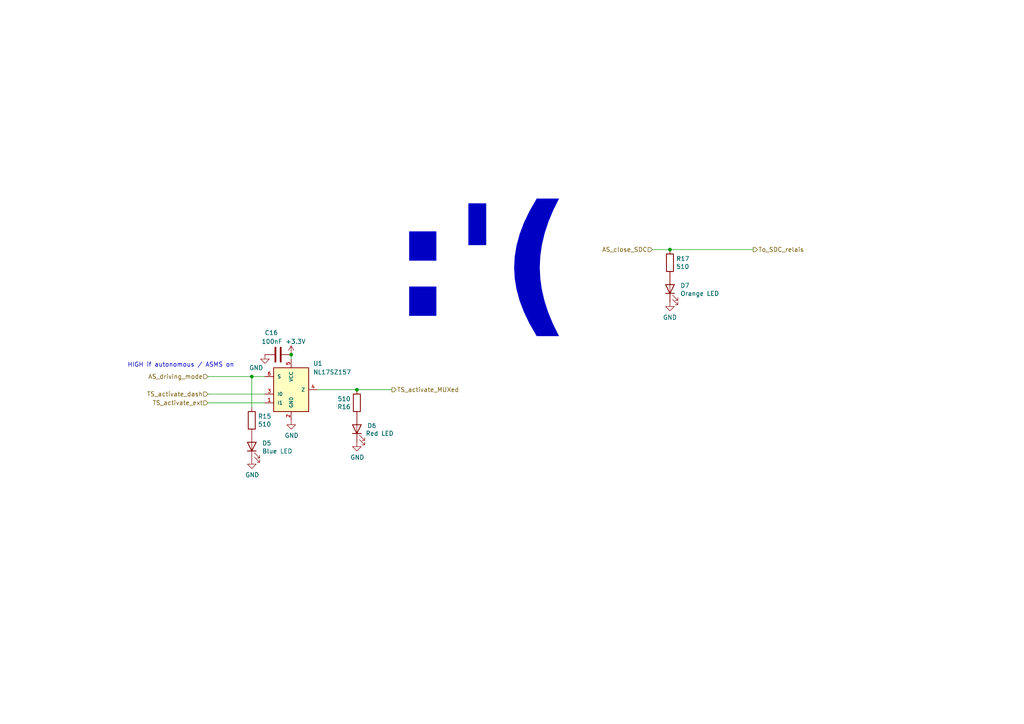
<source format=kicad_sch>
(kicad_sch (version 20230121) (generator eeschema)
  (paper "A4")
  (title_block (title "SDCL - Non-Programmable Logic") (date "2021-12-16") (rev "v1.0") (company "FaSTTUBe - Formula Student Team TU Berlin") (comment 1 "Car 113") (comment 2 "EBS Electronics") (comment 3 "Compliance for rule T 14.5.1 and T 14.5.2") (comment 4 "Hard-Wired logic for SDC relay latching and activation buttons"))
  (lib_symbols
    (symbol "Custom:NL17SZ157" (pin_names (offset 1.016))
      (property "Reference" "U" (at 0 15.24 0))
      (property "Value" "NL17SZ157" (at 0 12.7 0))
      (symbol "NL17SZ157_1_1"
        (rectangle (start -5.08 6.35) (end 5.08 -6.35) (stroke (width 0.254)) (fill (type background)))
        (pin input line (at -7.62 -3.81 0) (length 2.54) (name "I1") (number "1"))
        (pin power_in line (at 0 -8.89 90) (length 2.54) (name "GND") (number "2"))
        (pin input line (at -7.62 -1.27 0) (length 2.54) (name "I0") (number "3"))
        (pin output line (at 7.62 0 180) (length 2.54) (name "Z") (number "4"))
        (pin power_in line (at 0 8.89 270) (length 2.54) (name "VCC") (number "5"))
        (pin input line (at -7.62 3.81 0) (length 2.54) (name "S") (number "6"))
      )
    )
    (symbol "Device:C" (pin_numbers hide) (pin_names (offset 0.254))
      (property "Reference" "C" (at 0.635 2.54 0))
      (property "Value" "C" (at 0.635 -2.54 0))
      (symbol "C_0_1"
        (polyline (pts (xy -2.032 -0.762) (xy 2.032 -0.762)) (stroke (width 0.508)))
        (polyline (pts (xy -2.032 0.762) (xy 2.032 0.762)) (stroke (width 0.508)))
      )
      (symbol "C_1_1"
        (pin passive line (at 0 3.81 270) (length 2.794) (name "~") (number "1"))
        (pin passive line (at 0 -3.81 90) (length 2.794) (name "~") (number "2"))
      )
    )
    (symbol "Device:LED" (pin_numbers hide) (pin_names (offset 1.016) hide)
      (property "Reference" "D" (at 0 2.54 0))
      (property "Value" "LED" (at 0 -2.54 0))
      (symbol "LED_0_1"
        (polyline (pts (xy -1.27 -1.27) (xy -1.27 1.27)) (stroke (width 0.254)))
        (polyline (pts (xy -1.27 0) (xy 1.27 0)))
        (polyline (pts (xy 1.27 -1.27) (xy 1.27 1.27) (xy -1.27 0) (xy 1.27 -1.27)) (stroke (width 0.254)))
        (polyline (pts (xy -3.048 -0.762) (xy -4.572 -2.286) (xy -3.81 -2.286) (xy -4.572 -2.286) (xy -4.572 -1.524)))
        (polyline (pts (xy -1.778 -0.762) (xy -3.302 -2.286) (xy -2.54 -2.286) (xy -3.302 -2.286) (xy -3.302 -1.524)))
      )
      (symbol "LED_1_1"
        (pin passive line (at -3.81 0 0) (length 2.54) (name "K") (number "1"))
        (pin passive line (at 3.81 0 180) (length 2.54) (name "A") (number "2"))
      )
    )
    (symbol "Device:R" (pin_numbers hide) (pin_names (offset 0))
      (property "Reference" "R" (at 2.032 0 90))
      (property "Value" "R" (at 0 0 90))
      (symbol "R_0_1"
        (rectangle (start -1.016 -2.54) (end 1.016 2.54) (stroke (width 0.254)))
      )
      (symbol "R_1_1"
        (pin passive line (at 0 3.81 270) (length 1.27) (name "~") (number "1"))
        (pin passive line (at 0 -3.81 90) (length 1.27) (name "~") (number "2"))
      )
    )
    (symbol "power:+3.3V" (power) (pin_names (offset 0))
      (property "Value" "+3.3V" (at 0 3.556 0))
      (symbol "+3.3V_0_1"
        (polyline (pts (xy -0.762 1.27) (xy 0 2.54)))
        (polyline (pts (xy 0 0) (xy 0 2.54)))
        (polyline (pts (xy 0 2.54) (xy 0.762 1.27)))
      )
      (symbol "+3.3V_1_1"
        (pin power_in line (at 0 0 90) (length 0) hide (name "+3.3V") (number "1"))
      )
    )
    (symbol "power:GND" (power) (pin_names (offset 0))
      (property "Value" "GND" (at 0 -3.81 0))
      (symbol "GND_0_1"
        (polyline (pts (xy 0 0) (xy 0 -1.27) (xy 1.27 -1.27) (xy 0 -2.54) (xy -1.27 -1.27) (xy 0 -1.27)))
      )
      (symbol "GND_1_1"
        (pin power_in line (at 0 0 270) (length 0) hide (name "GND") (number "1"))
      )
    )
  )
  (junction (at 103.505 113.03))
  (junction (at 194.31 72.39))
  (junction (at 73.025 109.22))
  (junction (at 84.455 102.87))
  (wire (pts (xy 60.325 116.84) (xy 76.835 116.84)))
  (wire (pts (xy 84.455 102.87) (xy 84.455 104.14)))
  (wire (pts (xy 103.505 113.03) (xy 113.665 113.03)))
  (wire (pts (xy 60.325 109.22) (xy 73.025 109.22)))
  (wire (pts (xy 73.025 109.22) (xy 73.025 118.11)))
  (wire (pts (xy 92.075 113.03) (xy 103.505 113.03)))
  (wire (pts (xy 194.31 72.39) (xy 218.44 72.39)))
  (wire (pts (xy 194.31 72.39) (xy 189.23 72.39)))
  (wire (pts (xy 60.325 114.3) (xy 76.835 114.3)))
  (wire (pts (xy 73.025 109.22) (xy 76.835 109.22)))
  (text ":'(" (at 113.665 105.41 0) (effects (font (size 32 32) (thickness 6.4) bold) (justify left bottom)))
  (text "HIGH if autonomous / ASMS on" (at 67.945 106.68 0) (effects (font (size 1.27 1.27)) (justify right bottom)))
  (hierarchical_label "TS_activate_dash" (shape input) (at 60.325 114.3 180))
  (hierarchical_label "AS_close_SDC" (shape input) (at 189.23 72.39 180))
  (hierarchical_label "TS_activate_MUXed" (shape output) (at 113.665 113.03 0))
  (hierarchical_label "AS_driving_mode" (shape input) (at 60.325 109.22 180))
  (hierarchical_label "TS_activate_ext" (shape input) (at 60.325 116.84 180))
  (hierarchical_label "To_SDC_relais" (shape output) (at 218.44 72.39 0))
  (symbol (lib_id "Custom:NL17SZ157") (at 84.455 113.03 0) (unit 1)
    (property "Reference" "U1" (at 90.805 105.41 0) (effects (justify left)))
    (property "Value" "NL17SZ157" (at 90.805 107.95 0) (effects (justify left)))
    (property "Footprint" "Package_TO_SOT_SMD:SOT-23-6_Handsoldering" (effects hide))
    (property "Datasheet" "https://www.mouser.de/datasheet/2/308/1/NL17SZ157_D-2318109.pdf" (effects hide))
  )
  (symbol (lib_id "power:GND") (at 84.455 121.92 0) (unit 1)
    (property "Reference" "#PWR0116" (effects hide))
    (property "Value" "GND" (at 84.582 126.3142 0))
  )
  (symbol (lib_id "power:+3.3V") (at 84.455 102.87 0) (unit 1)
    (property "Reference" "#PWR0153" (effects hide))
    (property "Value" "+3.3V" (at 85.725 99.06 0))
  )
  (symbol (lib_id "Device:C") (at 80.645 102.87 90) (unit 1)
    (property "Reference" "C16" (at 80.645 96.52 90) (effects (justify left)))
    (property "Value" "100nF" (at 81.915 99.06 90) (effects (justify left)))
    (property "Footprint" "Capacitor_SMD:C_0603_1608Metric_Pad1.08x0.95mm_HandSolder" (effects hide))
  )
  (symbol (lib_id "power:GND") (at 76.835 102.87 0) (unit 1)
    (property "Reference" "#PWR0154" (effects hide))
    (property "Value" "GND" (at 74.295 106.68 0))
  )
  (symbol (lib_id "Device:LED") (at 73.025 129.54 90) (unit 1)
    (property "Reference" "D5" (at 76.0222 128.5494 90) (effects (justify right)))
    (property "Value" "Blue LED" (at 76.0222 130.8608 90) (effects (justify right)))
    (property "Footprint" "Diode_SMD:D_0603_1608Metric_Pad1.05x0.95mm_HandSolder" (effects hide))
  )
  (symbol (lib_id "Device:R") (at 73.025 121.92 0) (unit 1)
    (property "Reference" "R15" (at 74.803 120.7516 0) (effects (justify left)))
    (property "Value" "510" (at 74.803 123.063 0) (effects (justify left)))
    (property "Footprint" "Resistor_SMD:R_0603_1608Metric_Pad0.98x0.95mm_HandSolder" (effects hide))
  )
  (symbol (lib_id "power:GND") (at 73.025 133.35 0) (unit 1)
    (property "Reference" "#PWR0159" (effects hide))
    (property "Value" "GND" (at 73.152 137.7442 0))
  )
  (symbol (lib_id "Device:LED") (at 194.31 83.82 90) (unit 1)
    (property "Reference" "D7" (at 197.3072 82.8294 90) (effects (justify right)))
    (property "Value" "Orange LED" (at 197.3072 85.1408 90) (effects (justify right)))
    (property "Footprint" "Diode_SMD:D_0603_1608Metric_Pad1.05x0.95mm_HandSolder" (effects hide))
  )
  (symbol (lib_id "Device:R") (at 194.31 76.2 0) (unit 1)
    (property "Reference" "R17" (at 196.088 75.0316 0) (effects (justify left)))
    (property "Value" "510" (at 196.088 77.343 0) (effects (justify left)))
    (property "Footprint" "Resistor_SMD:R_0603_1608Metric_Pad0.98x0.95mm_HandSolder" (effects hide))
  )
  (symbol (lib_id "power:GND") (at 194.31 87.63 0) (unit 1)
    (property "Reference" "#PWR0160" (effects hide))
    (property "Value" "GND" (at 194.31 92.075 0))
  )
  (symbol (lib_id "Device:LED") (at 103.505 124.46 90) (unit 1)
    (property "Reference" "D6" (at 106.5022 123.4694 90) (effects (justify right)))
    (property "Value" "Red LED" (at 106.045 125.73 90) (effects (justify right)))
    (property "Footprint" "Diode_SMD:D_0603_1608Metric_Pad1.05x0.95mm_HandSolder" (effects hide))
  )
  (symbol (lib_id "Device:R") (at 103.505 116.84 180) (unit 1)
    (property "Reference" "R16" (at 101.727 118.0084 0) (effects (justify left)))
    (property "Value" "510" (at 101.727 115.697 0) (effects (justify left)))
    (property "Footprint" "Resistor_SMD:R_0603_1608Metric_Pad0.98x0.95mm_HandSolder" (effects hide))
  )
  (symbol (lib_id "power:GND") (at 103.505 128.27 0) (unit 1)
    (property "Reference" "#PWR0161" (effects hide))
    (property "Value" "GND" (at 103.632 132.6642 0))
  )
)
</source>
